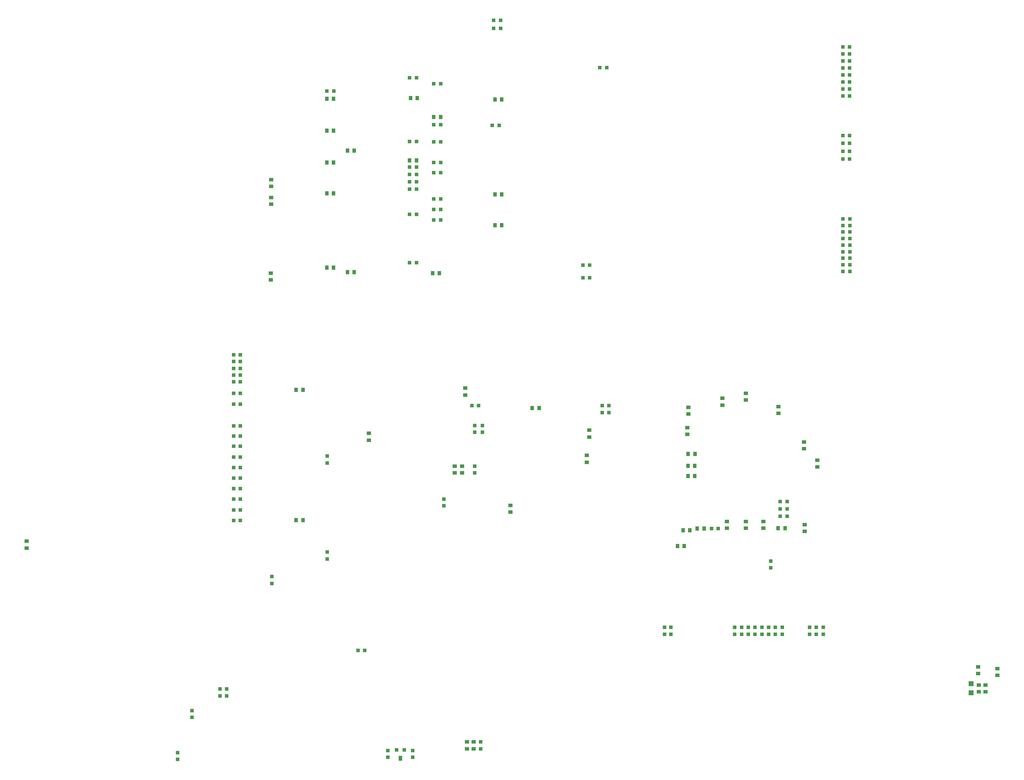
<source format=gbp>
%FSLAX44Y44*%
%MOMM*%
G71*
G01*
G75*
G04 Layer_Color=128*
%ADD10C,0.2032*%
%ADD11R,0.9652X0.8890*%
%ADD12R,1.0160X0.9398*%
%ADD13R,1.0160X0.9400*%
%ADD14R,2.2098X1.9050*%
%ADD15R,0.9144X0.9144*%
%ADD16R,1.2700X0.9144*%
%ADD17R,0.8890X0.9652*%
%ADD18R,1.9050X2.2098*%
%ADD19R,0.9000X0.8000*%
%ADD20R,0.9398X1.0160*%
%ADD21R,0.9400X1.0160*%
%ADD22R,2.2000X0.3600*%
%ADD23R,3.0000X1.0000*%
%ADD24R,3.5000X1.0000*%
%ADD25R,4.0000X1.4000*%
%ADD26O,2.2000X0.6000*%
%ADD27R,3.2000X1.6500*%
%ADD28R,1.2000X1.2000*%
%ADD29R,1.6000X1.5000*%
%ADD30O,0.6000X2.2000*%
%ADD31R,1.0668X3.5560*%
%ADD32R,10.6680X8.8900*%
%ADD33R,3.8100X5.5880*%
%ADD34R,1.9050X0.5588*%
%ADD35R,2.2000X1.8000*%
%ADD36R,2.4000X0.4000*%
%ADD37R,0.5000X2.0000*%
%ADD38R,3.2000X1.6000*%
%ADD39R,6.0000X7.0000*%
%ADD40O,1.4500X0.5000*%
%ADD41O,0.5000X1.4500*%
%ADD42O,2.0320X0.5588*%
%ADD43O,1.4000X0.3000*%
%ADD44O,0.3000X1.4000*%
%ADD45R,0.9000X1.0000*%
%ADD46R,2.5000X1.8000*%
%ADD47R,2.2000X1.5000*%
%ADD48R,0.5588X1.9050*%
%ADD49C,0.1778*%
%ADD50C,0.2540*%
%ADD51C,0.7620*%
%ADD52C,0.5080*%
%ADD53C,1.2700*%
%ADD54C,0.3810*%
%ADD55C,0.7000*%
%ADD56C,0.8890*%
%ADD57C,0.6350*%
%ADD58C,0.3048*%
%ADD59R,6.8834X6.6294*%
%ADD60R,7.4168X2.9972*%
%ADD61R,3.9116X9.0424*%
%ADD62R,6.6294X4.3688*%
%ADD63R,2.2098X8.4836*%
%ADD64R,7.2390X2.3368*%
%ADD65R,7.5692X1.4224*%
%ADD66R,5.3086X2.3876*%
%ADD67R,6.4770X2.3876*%
%ADD68R,0.8492X4.9022*%
%ADD69R,1.1176X9.9060*%
%ADD70R,7.4930X2.5908*%
%ADD71R,6.6548X1.4732*%
%ADD72R,5.1816X1.4732*%
%ADD73R,3.2258X4.2672*%
%ADD74R,11.5824X3.8608*%
%ADD75R,9.6012X3.5814*%
%ADD76R,10.6426X2.4638*%
%ADD77R,4.2672X4.9530*%
%ADD78R,5.3086X3.6322*%
%ADD79R,2.2860X2.4638*%
%ADD80R,3.6322X5.3086*%
%ADD81R,6.7818X2.8702*%
%ADD82R,2.5654X7.4676*%
%ADD83R,7.3660X2.3876*%
%ADD84R,1.6256X4.7752*%
%ADD85R,4.2164X2.8956*%
%ADD86R,2.2606X6.3754*%
%ADD87C,5.0000*%
%ADD88C,1.7780*%
%ADD89O,1.6510X1.0160*%
%ADD90C,1.2700*%
%ADD91R,1.2700X1.2700*%
%ADD92O,1.7780X1.5240*%
%ADD93O,1.5240X1.7780*%
%ADD94C,1.0000*%
%ADD95C,2.4384*%
%ADD96R,1.3800X2.5000*%
%ADD97O,1.3800X2.5000*%
%ADD98C,0.5080*%
%ADD99C,1.5000*%
%ADD100R,1.5000X1.5000*%
%ADD101O,1.2700X1.0160*%
%ADD102C,1.3000*%
%ADD103O,1.0000X1.7000*%
%ADD104C,1.1430*%
%ADD105C,1.5240*%
%ADD106O,1.4000X3.8000*%
%ADD107O,3.8000X1.4000*%
%ADD108O,1.0160X1.6510*%
%ADD109C,1.3800*%
%ADD110C,2.5000*%
%ADD111C,1.5748*%
%ADD112R,1.5748X1.5748*%
%ADD113C,1.3970*%
%ADD114C,1.1000*%
%ADD115R,1.5240X1.5240*%
%ADD116O,3.0480X1.5240*%
%ADD117C,2.0320*%
%ADD118C,2.2000*%
%ADD119C,1.6000*%
%ADD120C,0.9000*%
%ADD121C,0.6604*%
%ADD122C,0.6858*%
%ADD123C,0.6350*%
%ADD124C,0.8636*%
%ADD125C,1.0160*%
%ADD126C,0.7112*%
%ADD127C,1.0160*%
%ADD128C,1.5080*%
%ADD129C,1.3080*%
%ADD130C,2.9464*%
%ADD131C,1.4478*%
%ADD132C,1.5080*%
%ADD133C,0.8128*%
%ADD134C,1.4080*%
%ADD135O,1.3080X2.0080*%
%ADD136C,1.3080*%
%ADD137O,3.7080X1.3080*%
%ADD138C,1.2080*%
%ADD139C,2.0080*%
%ADD140C,1.4732*%
%ADD141C,1.4986*%
%ADD142C,1.8080*%
%ADD143C,2.7080*%
%ADD144C,2.1080*%
%ADD145C,0.8382*%
%ADD146C,0.9652*%
%ADD147C,1.0668*%
%ADD148C,0.9398*%
%ADD149C,0.8890*%
%ADD150C,3.5080*%
%ADD151O,1.3080X3.7080*%
%ADD152R,0.9144X0.9144*%
%ADD153R,0.9144X1.2700*%
%ADD154R,1.3000X1.2000*%
%ADD155C,2.0000*%
%ADD156R,3.9116X4.4958*%
%ADD157R,2.8956X1.2700*%
%ADD158R,0.9652X1.9050*%
%ADD159R,2.2098X5.6134*%
%ADD160R,4.3688X2.6162*%
%ADD161C,0.1270*%
%ADD162C,0.2500*%
%ADD163C,0.3000*%
%ADD164C,0.2500*%
%ADD165C,0.2000*%
%ADD166C,0.1000*%
%ADD167C,0.2096*%
%ADD168C,0.1524*%
%ADD169C,0.1500*%
%ADD170C,0.2286*%
%ADD171R,1.9836X0.9960*%
%ADD172R,4.8436X1.4084*%
%ADD173R,4.1000X1.9000*%
%ADD174R,1.1684X1.0922*%
%ADD175R,1.2192X1.1430*%
%ADD176R,1.2192X1.1432*%
%ADD177R,2.4130X2.1082*%
%ADD178R,1.1176X1.1176*%
%ADD179R,1.4732X1.1176*%
%ADD180R,1.0922X1.1684*%
%ADD181R,2.1082X2.4130*%
%ADD182R,1.1032X1.0032*%
%ADD183R,1.1430X1.2192*%
%ADD184R,1.1432X1.2192*%
%ADD185R,2.4032X0.5632*%
%ADD186R,3.2032X1.2032*%
%ADD187R,3.7032X1.2032*%
%ADD188R,4.2032X1.6032*%
%ADD189O,2.4032X0.8032*%
%ADD190R,3.4032X1.8532*%
%ADD191R,1.4032X1.4032*%
%ADD192R,1.8032X1.7032*%
%ADD193O,0.8032X2.4032*%
%ADD194R,1.2700X3.7592*%
%ADD195R,10.8712X9.0932*%
%ADD196R,4.0132X5.7912*%
%ADD197R,2.1082X0.7620*%
%ADD198R,2.4032X2.0032*%
%ADD199R,2.6032X0.6032*%
%ADD200R,0.7032X2.2032*%
%ADD201R,3.4032X1.8032*%
%ADD202R,6.2032X7.2032*%
%ADD203O,1.6532X0.7032*%
%ADD204O,0.7032X1.6532*%
%ADD205O,2.2352X0.7620*%
%ADD206O,1.6032X0.5032*%
%ADD207O,0.5032X1.6032*%
%ADD208R,1.1032X1.2032*%
%ADD209R,2.7032X2.0032*%
%ADD210R,2.4032X1.7032*%
%ADD211R,0.7620X2.1082*%
%ADD212C,5.2032*%
%ADD213C,1.9812*%
%ADD214O,1.8542X1.2192*%
%ADD215R,1.4732X1.4732*%
%ADD216O,1.9812X1.7272*%
%ADD217O,1.7272X1.9812*%
%ADD218C,1.2032*%
%ADD219C,2.6416*%
%ADD220R,1.5832X2.7032*%
%ADD221O,1.5832X2.7032*%
%ADD222C,1.7032*%
%ADD223R,1.7032X1.7032*%
%ADD224O,1.4732X1.2192*%
%ADD225C,1.5032*%
%ADD226O,1.2032X1.9032*%
%ADD227C,1.3462*%
%ADD228C,1.7272*%
%ADD229O,1.6032X4.0032*%
%ADD230O,4.0032X1.6032*%
%ADD231O,1.2192X1.8542*%
%ADD232C,1.5832*%
%ADD233C,2.7032*%
%ADD234R,1.7780X1.7780*%
%ADD235C,1.6002*%
%ADD236C,1.3032*%
%ADD237R,1.7272X1.7272*%
%ADD238O,3.2512X1.7272*%
%ADD239C,2.2352*%
%ADD240R,1.1176X1.1176*%
%ADD241R,1.1176X1.4732*%
%ADD242R,1.5032X1.4032*%
D11*
X2200910Y1697990D02*
D03*
X2184400D02*
D03*
X2929636Y1465580D02*
D03*
X2946146D02*
D03*
X2929636Y1430020D02*
D03*
X2946146D02*
D03*
X2929636Y1447800D02*
D03*
X2946146D02*
D03*
X2050288Y2336292D02*
D03*
X2033778D02*
D03*
X2233676Y2375154D02*
D03*
X2250186D02*
D03*
X1608582Y1599279D02*
D03*
X1625092D02*
D03*
X1608582Y1573721D02*
D03*
X1625092D02*
D03*
X1608582Y1471485D02*
D03*
X1625092D02*
D03*
X1608582Y1420368D02*
D03*
X1625092D02*
D03*
X1608582Y1522603D02*
D03*
X1625092D02*
D03*
X1608582Y1548162D02*
D03*
X1625092D02*
D03*
X1608582Y1445927D02*
D03*
X1625092D02*
D03*
X1608582Y1497044D02*
D03*
X1625092D02*
D03*
X1608582Y1755648D02*
D03*
X1625092D02*
D03*
X1608582Y1771841D02*
D03*
X1625092D02*
D03*
X1608582Y1727200D02*
D03*
X1625092D02*
D03*
X1608582Y1648421D02*
D03*
X1625092D02*
D03*
Y1623850D02*
D03*
X1608582D02*
D03*
Y1701292D02*
D03*
X1625092D02*
D03*
X1608582Y1820418D02*
D03*
X1625092D02*
D03*
X2779776Y1400556D02*
D03*
X2763266D02*
D03*
X2452624Y2037588D02*
D03*
X2469134D02*
D03*
X2452624Y2007108D02*
D03*
X2469134D02*
D03*
X3097530Y2312924D02*
D03*
X3081020D02*
D03*
X3097530Y2294128D02*
D03*
X3081020D02*
D03*
X3097530Y2331720D02*
D03*
X3081020D02*
D03*
X3097530Y2350516D02*
D03*
X3081020D02*
D03*
X3097530Y2531110D02*
D03*
X3081020D02*
D03*
X3097530Y2565146D02*
D03*
X3081020D02*
D03*
X3097530Y2463038D02*
D03*
X3081020D02*
D03*
X3097530Y2497074D02*
D03*
X3081020D02*
D03*
X3097530Y2446020D02*
D03*
X3081020D02*
D03*
X3097530Y2514092D02*
D03*
X3081020D02*
D03*
X3097530Y2548128D02*
D03*
X3081020D02*
D03*
X3097530Y2480056D02*
D03*
X3081020D02*
D03*
X3097585Y2133441D02*
D03*
X3081075D02*
D03*
X3097585Y2117534D02*
D03*
X3081075D02*
D03*
X3097585Y2149348D02*
D03*
X3081075D02*
D03*
X3097585Y2038001D02*
D03*
X3081075D02*
D03*
X3097585Y2085721D02*
D03*
X3081075D02*
D03*
X3097585Y2053907D02*
D03*
X3081075D02*
D03*
X3097585Y2101628D02*
D03*
X3081075D02*
D03*
Y2022094D02*
D03*
X3097585D02*
D03*
Y2069814D02*
D03*
X3081075D02*
D03*
X2050288Y2159762D02*
D03*
X2033778D02*
D03*
X2050288Y2238756D02*
D03*
X2033778D02*
D03*
X2050288Y2220976D02*
D03*
X2033778D02*
D03*
X2253488Y2629408D02*
D03*
X2236978D02*
D03*
X2253488Y2609342D02*
D03*
X2236978D02*
D03*
X2092452Y2475992D02*
D03*
X2108962D02*
D03*
X2050288Y2043430D02*
D03*
X2033778D02*
D03*
X2092452Y2335022D02*
D03*
X2108962D02*
D03*
X2092452Y2377186D02*
D03*
X2108962D02*
D03*
X2092452Y2285492D02*
D03*
X2108962D02*
D03*
Y2197354D02*
D03*
X2092452D02*
D03*
X2050288Y2274316D02*
D03*
X2033778D02*
D03*
X2092452Y2260854D02*
D03*
X2108962D02*
D03*
X2050288Y2256536D02*
D03*
X2033778D02*
D03*
X2050288Y2489962D02*
D03*
X2033778D02*
D03*
X2510282Y2514854D02*
D03*
X2493772D02*
D03*
X2092452Y2171954D02*
D03*
X2108962D02*
D03*
X2092452Y2146554D02*
D03*
X2108962D02*
D03*
X1625092Y1788033D02*
D03*
X1608582D02*
D03*
X1625092Y1804225D02*
D03*
X1608582D02*
D03*
X1925574Y1106170D02*
D03*
X1909064D02*
D03*
X1575308Y995934D02*
D03*
X1591818D02*
D03*
X1575308Y1012952D02*
D03*
X1591818D02*
D03*
X2499360Y1680972D02*
D03*
X2515870D02*
D03*
X2499360Y1697736D02*
D03*
X2515870D02*
D03*
X1834134Y2458212D02*
D03*
X1850644D02*
D03*
D12*
X2172716Y884936D02*
D03*
X2188718Y884931D02*
D03*
X3454654Y1062223D02*
D03*
X3407918Y1066292D02*
D03*
X3409188Y1022345D02*
D03*
X3425952D02*
D03*
X1935140Y1630675D02*
D03*
X1107948Y1369822D02*
D03*
X2704846Y1644650D02*
D03*
X2789936Y1715516D02*
D03*
X2846324Y1727708D02*
D03*
X2925318Y1695704D02*
D03*
X2988950Y1393691D02*
D03*
X1698244Y2001774D02*
D03*
X1699260Y2227839D02*
D03*
X1699324Y2200905D02*
D03*
X2168144Y1723390D02*
D03*
X2160524Y1551681D02*
D03*
X2277618Y1440180D02*
D03*
X2462204Y1561090D02*
D03*
X2467864Y1638554D02*
D03*
X2142998Y1535171D02*
D03*
X2707894Y1693921D02*
D03*
X3019298Y1549405D02*
D03*
X2986786Y1593601D02*
D03*
X2888488Y1417823D02*
D03*
X2846324D02*
D03*
X2801112D02*
D03*
D13*
X2172716Y868431D02*
D03*
X2188718Y868426D02*
D03*
X3454654Y1045718D02*
D03*
X3407918Y1049787D02*
D03*
X3409188Y1005840D02*
D03*
X3425952D02*
D03*
X1935140Y1614170D02*
D03*
X1107948Y1353317D02*
D03*
X2704846Y1628145D02*
D03*
X2789936Y1699011D02*
D03*
X2846324Y1711203D02*
D03*
X2925318Y1679199D02*
D03*
X2988950Y1410196D02*
D03*
X1698244Y2018279D02*
D03*
X1699260Y2244344D02*
D03*
X1699324Y2184400D02*
D03*
X2168144Y1739895D02*
D03*
X2160524Y1535176D02*
D03*
X2277618Y1456685D02*
D03*
X2462204Y1577595D02*
D03*
X2467864Y1622049D02*
D03*
X2142998Y1551676D02*
D03*
X2707894Y1677416D02*
D03*
X3019298Y1565910D02*
D03*
X2986786Y1610106D02*
D03*
X2888488Y1401318D02*
D03*
X2846324D02*
D03*
X2801112D02*
D03*
D17*
X2116582Y1472184D02*
D03*
Y1455674D02*
D03*
X1834642Y1327150D02*
D03*
Y1343660D02*
D03*
X1472946Y842518D02*
D03*
Y859028D02*
D03*
X1507744Y960628D02*
D03*
Y944118D02*
D03*
X2210054Y1633220D02*
D03*
Y1649730D02*
D03*
X2191004D02*
D03*
Y1633220D02*
D03*
X1701038Y1284478D02*
D03*
Y1267968D02*
D03*
X3033332Y1145286D02*
D03*
Y1161796D02*
D03*
X3000756Y1145286D02*
D03*
Y1161796D02*
D03*
X3017044Y1145286D02*
D03*
Y1161796D02*
D03*
X2906776Y1305814D02*
D03*
Y1322324D02*
D03*
X2917952Y1145286D02*
D03*
Y1161796D02*
D03*
X2885186Y1145286D02*
D03*
Y1161796D02*
D03*
X2901569Y1145286D02*
D03*
Y1161796D02*
D03*
X2819654Y1145286D02*
D03*
Y1161796D02*
D03*
X2836037Y1145286D02*
D03*
Y1161796D02*
D03*
X2852420Y1145286D02*
D03*
Y1161796D02*
D03*
X2868803Y1145286D02*
D03*
Y1161796D02*
D03*
X2665476Y1145286D02*
D03*
Y1161796D02*
D03*
X2649982Y1145286D02*
D03*
Y1161796D02*
D03*
X2041144Y847598D02*
D03*
Y864108D02*
D03*
X1981454Y847598D02*
D03*
Y864108D02*
D03*
X2205482Y884936D02*
D03*
Y868426D02*
D03*
X1835150Y1575816D02*
D03*
Y1559306D02*
D03*
X2191004Y1551432D02*
D03*
Y1534922D02*
D03*
X2934208Y1161796D02*
D03*
Y1145286D02*
D03*
D20*
X1759463Y1420876D02*
D03*
Y1735582D02*
D03*
X2723383Y1580642D02*
D03*
X2723129Y1552448D02*
D03*
Y1527556D02*
D03*
X2711191Y1396492D02*
D03*
X1850385Y2439162D02*
D03*
Y2362708D02*
D03*
Y2211070D02*
D03*
Y2285746D02*
D03*
Y2031746D02*
D03*
X2256785Y2208276D02*
D03*
X1883669Y2020570D02*
D03*
X2089409Y2018284D02*
D03*
X2052569Y2441194D02*
D03*
X2050283Y2290826D02*
D03*
X2256785Y2437638D02*
D03*
Y2134108D02*
D03*
X2092457Y2395220D02*
D03*
X1883669Y2314448D02*
D03*
X2346701Y1691894D02*
D03*
X2941315Y1401826D02*
D03*
X2729230Y1400556D02*
D03*
X2681229Y1358392D02*
D03*
D21*
X1775968Y1420876D02*
D03*
Y1735582D02*
D03*
X2706878Y1580642D02*
D03*
X2706624Y1552448D02*
D03*
Y1527556D02*
D03*
X2694686Y1396492D02*
D03*
X1833880Y2439162D02*
D03*
Y2362708D02*
D03*
Y2211070D02*
D03*
Y2285746D02*
D03*
Y2031746D02*
D03*
X2240280Y2208276D02*
D03*
X1900174Y2020570D02*
D03*
X2105914Y2018284D02*
D03*
X2036064Y2441194D02*
D03*
X2033778Y2290826D02*
D03*
X2240280Y2437638D02*
D03*
Y2134108D02*
D03*
X2108962Y2395220D02*
D03*
X1900174Y2314448D02*
D03*
X2330196Y1691894D02*
D03*
X2924810Y1401826D02*
D03*
X2745735Y1400556D02*
D03*
X2697734Y1358392D02*
D03*
D152*
X2002282Y865632D02*
D03*
X2021332D02*
D03*
D153*
X2011934Y845312D02*
D03*
D154*
X3391154Y1003554D02*
D03*
Y1025554D02*
D03*
M02*

</source>
